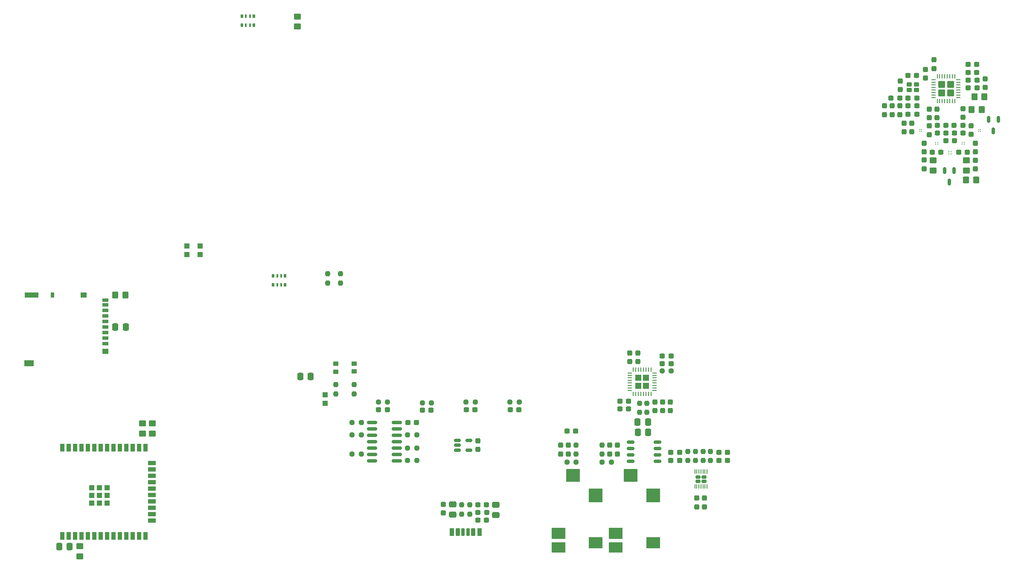
<source format=gtp>
%TF.GenerationSoftware,KiCad,Pcbnew,9.0.1*%
%TF.CreationDate,2025-04-25T11:11:09+02:00*%
%TF.ProjectId,voicemail-box,766f6963-656d-4616-996c-2d626f782e6b,rev?*%
%TF.SameCoordinates,PX5f5e100PY5f5e100*%
%TF.FileFunction,Paste,Top*%
%TF.FilePolarity,Positive*%
%FSLAX45Y45*%
G04 Gerber Fmt 4.5, Leading zero omitted, Abs format (unit mm)*
G04 Created by KiCad (PCBNEW 9.0.1) date 2025-04-25 11:11:09*
%MOMM*%
%LPD*%
G01*
G04 APERTURE LIST*
G04 Aperture macros list*
%AMRoundRect*
0 Rectangle with rounded corners*
0 $1 Rounding radius*
0 $2 $3 $4 $5 $6 $7 $8 $9 X,Y pos of 4 corners*
0 Add a 4 corners polygon primitive as box body*
4,1,4,$2,$3,$4,$5,$6,$7,$8,$9,$2,$3,0*
0 Add four circle primitives for the rounded corners*
1,1,$1+$1,$2,$3*
1,1,$1+$1,$4,$5*
1,1,$1+$1,$6,$7*
1,1,$1+$1,$8,$9*
0 Add four rect primitives between the rounded corners*
20,1,$1+$1,$2,$3,$4,$5,0*
20,1,$1+$1,$4,$5,$6,$7,0*
20,1,$1+$1,$6,$7,$8,$9,0*
20,1,$1+$1,$8,$9,$2,$3,0*%
G04 Aperture macros list end*
%ADD10R,0.228600X0.279400*%
%ADD11RoundRect,0.237500X-0.300000X-0.237500X0.300000X-0.237500X0.300000X0.237500X-0.300000X0.237500X0*%
%ADD12R,1.000000X1.000000*%
%ADD13R,1.000000X0.820000*%
%ADD14RoundRect,0.237500X-0.237500X0.250000X-0.237500X-0.250000X0.237500X-0.250000X0.237500X0.250000X0*%
%ADD15RoundRect,0.237500X-0.237500X0.300000X-0.237500X-0.300000X0.237500X-0.300000X0.237500X0.300000X0*%
%ADD16RoundRect,0.250000X-0.475000X0.337500X-0.475000X-0.337500X0.475000X-0.337500X0.475000X0.337500X0*%
%ADD17RoundRect,0.237500X0.300000X0.237500X-0.300000X0.237500X-0.300000X-0.237500X0.300000X-0.237500X0*%
%ADD18RoundRect,0.237500X0.237500X-0.300000X0.237500X0.300000X-0.237500X0.300000X-0.237500X-0.300000X0*%
%ADD19RoundRect,0.250000X-0.337500X-0.475000X0.337500X-0.475000X0.337500X0.475000X-0.337500X0.475000X0*%
%ADD20RoundRect,0.237500X-0.250000X-0.237500X0.250000X-0.237500X0.250000X0.237500X-0.250000X0.237500X0*%
%ADD21RoundRect,0.237500X0.237500X-0.250000X0.237500X0.250000X-0.237500X0.250000X-0.237500X-0.250000X0*%
%ADD22RoundRect,0.237500X0.250000X0.237500X-0.250000X0.237500X-0.250000X-0.237500X0.250000X-0.237500X0*%
%ADD23RoundRect,0.237500X-0.287500X-0.237500X0.287500X-0.237500X0.287500X0.237500X-0.287500X0.237500X0*%
%ADD24R,2.800000X2.200000*%
%ADD25R,2.800000X2.000000*%
%ADD26R,2.800000X2.800000*%
%ADD27R,2.800000X2.600000*%
%ADD28R,0.500000X0.800000*%
%ADD29R,0.400000X0.800000*%
%ADD30RoundRect,0.250000X-0.450000X0.350000X-0.450000X-0.350000X0.450000X-0.350000X0.450000X0.350000X0*%
%ADD31RoundRect,0.250000X-0.350000X-0.450000X0.350000X-0.450000X0.350000X0.450000X-0.350000X0.450000X0*%
%ADD32RoundRect,0.250000X0.350000X0.450000X-0.350000X0.450000X-0.350000X-0.450000X0.350000X-0.450000X0*%
%ADD33RoundRect,0.150000X-0.150000X0.512500X-0.150000X-0.512500X0.150000X-0.512500X0.150000X0.512500X0*%
%ADD34RoundRect,0.250000X-0.375000X0.375000X-0.375000X-0.375000X0.375000X-0.375000X0.375000X0.375000X0*%
%ADD35RoundRect,0.062500X-0.062500X0.375000X-0.062500X-0.375000X0.062500X-0.375000X0.062500X0.375000X0*%
%ADD36RoundRect,0.062500X-0.375000X0.062500X-0.375000X-0.062500X0.375000X-0.062500X0.375000X0.062500X0*%
%ADD37RoundRect,0.102000X-0.373000X-0.323000X0.373000X-0.323000X0.373000X0.323000X-0.373000X0.323000X0*%
%ADD38RoundRect,0.175000X-0.175000X-0.625000X0.175000X-0.625000X0.175000X0.625000X-0.175000X0.625000X0*%
%ADD39RoundRect,0.200000X-0.200000X-0.600000X0.200000X-0.600000X0.200000X0.600000X-0.200000X0.600000X0*%
%ADD40RoundRect,0.225000X-0.225000X-0.575000X0.225000X-0.575000X0.225000X0.575000X-0.225000X0.575000X0*%
%ADD41RoundRect,0.250000X0.450000X-0.350000X0.450000X0.350000X-0.450000X0.350000X-0.450000X-0.350000X0*%
%ADD42RoundRect,0.150000X-0.825000X-0.150000X0.825000X-0.150000X0.825000X0.150000X-0.825000X0.150000X0*%
%ADD43RoundRect,0.150000X-0.512500X-0.150000X0.512500X-0.150000X0.512500X0.150000X-0.512500X0.150000X0*%
%ADD44R,0.900000X1.500000*%
%ADD45R,1.500000X0.900000*%
%ADD46R,1.050000X1.050000*%
%ADD47R,0.279400X0.228600*%
%ADD48RoundRect,0.237500X0.287500X0.237500X-0.287500X0.237500X-0.287500X-0.237500X0.287500X-0.237500X0*%
%ADD49RoundRect,0.250000X-0.455000X-0.455000X0.455000X-0.455000X0.455000X0.455000X-0.455000X0.455000X0*%
%ADD50RoundRect,0.062500X-0.375000X-0.062500X0.375000X-0.062500X0.375000X0.062500X-0.375000X0.062500X0*%
%ADD51RoundRect,0.062500X-0.062500X-0.375000X0.062500X-0.375000X0.062500X0.375000X-0.062500X0.375000X0*%
%ADD52R,1.200000X0.700000*%
%ADD53R,0.800000X1.000000*%
%ADD54R,1.200000X1.000000*%
%ADD55R,2.800000X1.000000*%
%ADD56R,1.900000X1.300000*%
%ADD57RoundRect,0.250000X0.337500X0.475000X-0.337500X0.475000X-0.337500X-0.475000X0.337500X-0.475000X0*%
%ADD58RoundRect,0.150000X-0.625000X-0.150000X0.625000X-0.150000X0.625000X0.150000X-0.625000X0.150000X0*%
%ADD59RoundRect,0.180000X-0.295000X0.180000X-0.295000X-0.180000X0.295000X-0.180000X0.295000X0.180000X0*%
%ADD60RoundRect,0.050000X-0.050000X0.337500X-0.050000X-0.337500X0.050000X-0.337500X0.050000X0.337500X0*%
G04 APERTURE END LIST*
D10*
%TO.C,U505*%
X11730000Y3974400D03*
X11770000Y3974400D03*
X11770000Y4012500D03*
X11730000Y4012500D03*
%TD*%
D11*
%TO.C,C522*%
X11837250Y4385000D03*
X12009750Y4385000D03*
%TD*%
D10*
%TO.C,U504*%
X11511000Y4200600D03*
X11471000Y4200600D03*
X11471000Y4162500D03*
X11511000Y4162500D03*
%TD*%
D11*
%TO.C,C608*%
X5203750Y-940000D03*
X5376250Y-940000D03*
%TD*%
D12*
%TO.C,R103*%
X-650900Y-978388D03*
X-650900Y-808388D03*
%TD*%
D11*
%TO.C,C510*%
X12112250Y5592500D03*
X12284750Y5592500D03*
%TD*%
D13*
%TO.C,LED804*%
X-440000Y-350625D03*
X-440000Y-190625D03*
%TD*%
D14*
%TO.C,R601*%
X4850000Y-1808750D03*
X4850000Y-1991250D03*
%TD*%
D15*
%TO.C,C602*%
X5556000Y19250D03*
X5556000Y-153250D03*
%TD*%
D12*
%TO.C,R102*%
X-3390000Y1970000D03*
X-3390000Y2140000D03*
%TD*%
D16*
%TO.C,C808*%
X1880000Y-2986250D03*
X1880000Y-3193750D03*
%TD*%
D11*
%TO.C,C814*%
X2153750Y-1110000D03*
X2326250Y-1110000D03*
%TD*%
D17*
%TO.C,C805*%
X2556250Y-3000000D03*
X2383750Y-3000000D03*
%TD*%
D15*
%TO.C,C512*%
X12013500Y4868750D03*
X12013500Y4696250D03*
%TD*%
D18*
%TO.C,C521*%
X11341000Y4353750D03*
X11341000Y4526250D03*
%TD*%
D19*
%TO.C,C401*%
X-4810000Y535000D03*
X-4602500Y535000D03*
%TD*%
D20*
%TO.C,R811*%
X1278750Y-970000D03*
X1461250Y-970000D03*
%TD*%
%TO.C,R608*%
X4848750Y-2148750D03*
X5031250Y-2148750D03*
%TD*%
D11*
%TO.C,C618*%
X7163750Y-1956825D03*
X7336250Y-1956825D03*
%TD*%
D21*
%TO.C,R106*%
X-600000Y1408750D03*
X-600000Y1591250D03*
%TD*%
D22*
%TO.C,R805*%
X71250Y-1990000D03*
X-111250Y-1990000D03*
%TD*%
D23*
%TO.C,L701*%
X2385000Y-3150000D03*
X2560000Y-3150000D03*
%TD*%
D24*
%TO.C,J605*%
X3980000Y-3560000D03*
D25*
X3980000Y-3840000D03*
D24*
X4720000Y-3750000D03*
D26*
X4720000Y-2810000D03*
D27*
X4275000Y-2410000D03*
%TD*%
D23*
%TO.C,L502*%
X11498500Y4537500D03*
X11673500Y4537500D03*
%TD*%
D28*
%TO.C,RN402*%
X-1680000Y1370000D03*
D29*
X-1600000Y1370000D03*
X-1520000Y1370000D03*
D28*
X-1440000Y1370000D03*
X-1440000Y1550000D03*
D29*
X-1520000Y1550000D03*
X-1600000Y1550000D03*
D28*
X-1680000Y1550000D03*
%TD*%
D30*
%TO.C,R503*%
X11416000Y3842500D03*
X11416000Y3642500D03*
%TD*%
D14*
%TO.C,R801*%
X-440000Y-609375D03*
X-440000Y-791875D03*
%TD*%
D11*
%TO.C,C811*%
X993750Y-1360000D03*
X1166250Y-1360000D03*
%TD*%
D31*
%TO.C,R505*%
X12071000Y3455000D03*
X12271000Y3455000D03*
%TD*%
D17*
%TO.C,C506*%
X11092250Y5085000D03*
X10919750Y5085000D03*
%TD*%
%TO.C,C534*%
X12287250Y5437500D03*
X12114750Y5437500D03*
%TD*%
D18*
%TO.C,C621*%
X6730000Y-3036250D03*
X6730000Y-2863750D03*
%TD*%
D11*
%TO.C,C523*%
X11499750Y4385000D03*
X11672250Y4385000D03*
%TD*%
D18*
%TO.C,C528*%
X12258500Y3675000D03*
X12258500Y3847500D03*
%TD*%
D32*
%TO.C,R501*%
X12436000Y5110000D03*
X12236000Y5110000D03*
%TD*%
D14*
%TO.C,R604*%
X7000000Y-1935575D03*
X7000000Y-2118075D03*
%TD*%
D15*
%TO.C,C612*%
X5000000Y-1813750D03*
X5000000Y-1986250D03*
%TD*%
D10*
%TO.C,U506*%
X12036000Y4202500D03*
X11996000Y4202500D03*
X11996000Y4164400D03*
X12036000Y4164400D03*
%TD*%
D33*
%TO.C,D502*%
X11836000Y3642500D03*
X11646000Y3642500D03*
X11741000Y3415000D03*
%TD*%
D14*
%TO.C,R611*%
X5590000Y-978750D03*
X5590000Y-1161250D03*
%TD*%
D34*
%TO.C,U601*%
X5720000Y-475000D03*
X5565000Y-475000D03*
X5720000Y-630000D03*
X5565000Y-630000D03*
D35*
X5817500Y-308750D03*
X5767500Y-308750D03*
X5717500Y-308750D03*
X5667500Y-308750D03*
X5617500Y-308750D03*
X5567500Y-308750D03*
X5517500Y-308750D03*
X5467500Y-308750D03*
D36*
X5398750Y-377500D03*
X5398750Y-427500D03*
X5398750Y-477500D03*
X5398750Y-527500D03*
X5398750Y-577500D03*
X5398750Y-627500D03*
X5398750Y-677500D03*
X5398750Y-727500D03*
D35*
X5467500Y-796250D03*
X5517500Y-796250D03*
X5567500Y-796250D03*
X5617500Y-796250D03*
X5667500Y-796250D03*
X5717500Y-796250D03*
X5767500Y-796250D03*
X5817500Y-796250D03*
D36*
X5886250Y-727500D03*
X5886250Y-677500D03*
X5886250Y-627500D03*
X5886250Y-577500D03*
X5886250Y-527500D03*
X5886250Y-477500D03*
X5886250Y-427500D03*
X5886250Y-377500D03*
%TD*%
D11*
%TO.C,C619*%
X7163750Y-2116825D03*
X7336250Y-2116825D03*
%TD*%
%TO.C,C511*%
X12112250Y5747500D03*
X12284750Y5747500D03*
%TD*%
D18*
%TO.C,C504*%
X11261000Y5476250D03*
X11261000Y5648750D03*
%TD*%
D20*
%TO.C,R813*%
X3018750Y-960000D03*
X3201250Y-960000D03*
%TD*%
D18*
%TO.C,C533*%
X12258500Y4012500D03*
X12258500Y4185000D03*
%TD*%
D37*
%TO.C,Y501*%
X10943500Y5240000D03*
X11088500Y5240000D03*
X11088500Y5355000D03*
X10943500Y5355000D03*
%TD*%
D15*
%TO.C,C807*%
X1700000Y-2983750D03*
X1700000Y-3156250D03*
%TD*%
D38*
%TO.C,J701*%
X2090000Y-3542000D03*
D39*
X2292000Y-3542000D03*
D40*
X2415000Y-3542000D03*
D38*
X2190000Y-3542000D03*
D39*
X1988000Y-3542000D03*
D40*
X1865000Y-3542000D03*
%TD*%
D20*
%TO.C,R808*%
X988750Y-1610000D03*
X1171250Y-1610000D03*
%TD*%
D17*
%TO.C,C617*%
X6386250Y-2116825D03*
X6213750Y-2116825D03*
%TD*%
D41*
%TO.C,R301*%
X-5520000Y-4020000D03*
X-5520000Y-3820000D03*
%TD*%
D14*
%TO.C,R802*%
X-70000Y-608750D03*
X-70000Y-791250D03*
%TD*%
D15*
%TO.C,C615*%
X5152000Y-1814750D03*
X5152000Y-1987250D03*
%TD*%
%TO.C,C520*%
X12168500Y4532500D03*
X12168500Y4360000D03*
%TD*%
D11*
%TO.C,C815*%
X3023750Y-1110000D03*
X3196250Y-1110000D03*
%TD*%
D18*
%TO.C,C502*%
X10763500Y5246250D03*
X10763500Y5418750D03*
%TD*%
D17*
%TO.C,C508*%
X11092250Y4925000D03*
X10919750Y4925000D03*
%TD*%
D11*
%TO.C,C609*%
X5203750Y-1090000D03*
X5376250Y-1090000D03*
%TD*%
D42*
%TO.C,U801*%
X282500Y-1359000D03*
X282500Y-1486000D03*
X282500Y-1613000D03*
X282500Y-1740000D03*
X282500Y-1867000D03*
X282500Y-1994000D03*
X282500Y-2121000D03*
X777500Y-2121000D03*
X777500Y-1994000D03*
X777500Y-1867000D03*
X777500Y-1740000D03*
X777500Y-1613000D03*
X777500Y-1486000D03*
X777500Y-1359000D03*
%TD*%
D14*
%TO.C,R602*%
X4330000Y-1808750D03*
X4330000Y-1991250D03*
%TD*%
D20*
%TO.C,R814*%
X408750Y-960000D03*
X591250Y-960000D03*
%TD*%
D21*
%TO.C,R702*%
X2060000Y-3181250D03*
X2060000Y-2998750D03*
%TD*%
D15*
%TO.C,C809*%
X2380000Y-1723750D03*
X2380000Y-1896250D03*
%TD*%
D14*
%TO.C,R605*%
X6850000Y-1935575D03*
X6850000Y-2118075D03*
%TD*%
D11*
%TO.C,C526*%
X11667250Y4232500D03*
X11839750Y4232500D03*
%TD*%
D17*
%TO.C,C620*%
X4326250Y-1530000D03*
X4153750Y-1530000D03*
%TD*%
D41*
%TO.C,R303*%
X-4074000Y-1580000D03*
X-4074000Y-1380000D03*
%TD*%
D28*
%TO.C,RN401*%
X-2299401Y6530250D03*
D29*
X-2219401Y6530250D03*
X-2139401Y6530250D03*
D28*
X-2059401Y6530250D03*
X-2059401Y6710250D03*
D29*
X-2139401Y6710250D03*
X-2219401Y6710250D03*
D28*
X-2299401Y6710250D03*
%TD*%
D17*
%TO.C,C501*%
X11089750Y5530000D03*
X10917250Y5530000D03*
%TD*%
D15*
%TO.C,C514*%
X11493500Y4863750D03*
X11493500Y4691250D03*
%TD*%
%TO.C,C601*%
X5401000Y19250D03*
X5401000Y-153250D03*
%TD*%
D24*
%TO.C,J602*%
X5120000Y-3560000D03*
D25*
X5120000Y-3840000D03*
D24*
X5860000Y-3750000D03*
D26*
X5860000Y-2810000D03*
D27*
X5415000Y-2410000D03*
%TD*%
D11*
%TO.C,C524*%
X11399750Y4008950D03*
X11572250Y4008950D03*
%TD*%
D41*
%TO.C,R506*%
X-1200000Y6500000D03*
X-1200000Y6700000D03*
%TD*%
D15*
%TO.C,C614*%
X4030000Y-1813750D03*
X4030000Y-1986250D03*
%TD*%
D17*
%TO.C,C516*%
X11092250Y4760000D03*
X10919750Y4760000D03*
%TD*%
D43*
%TO.C,U702*%
X1980000Y-1720000D03*
X1980000Y-1815000D03*
X1980000Y-1910000D03*
X2207500Y-1910000D03*
X2207500Y-1720000D03*
%TD*%
D16*
%TO.C,C806*%
X2740000Y-2996250D03*
X2740000Y-3203750D03*
%TD*%
D17*
%TO.C,C603*%
X6216250Y-40000D03*
X6043750Y-40000D03*
%TD*%
D14*
%TO.C,R610*%
X5740000Y-978750D03*
X5740000Y-1161250D03*
%TD*%
D22*
%TO.C,R609*%
X4331250Y-2150000D03*
X4148750Y-2150000D03*
%TD*%
D18*
%TO.C,C605*%
X5900000Y-1126250D03*
X5900000Y-953750D03*
%TD*%
D12*
%TO.C,R101*%
X-3130000Y1970000D03*
X-3130000Y2140000D03*
%TD*%
D18*
%TO.C,C519*%
X10604000Y4754750D03*
X10604000Y4927250D03*
%TD*%
%TO.C,C606*%
X6050000Y-1126250D03*
X6050000Y-953750D03*
%TD*%
%TO.C,C622*%
X6880000Y-3036250D03*
X6880000Y-2863750D03*
%TD*%
%TO.C,C503*%
X11433500Y5666250D03*
X11433500Y5838750D03*
%TD*%
D33*
%TO.C,Q501*%
X12708500Y4656250D03*
X12518500Y4656250D03*
X12613500Y4428750D03*
%TD*%
D13*
%TO.C,LED801*%
X-70000Y-350000D03*
X-70000Y-190000D03*
%TD*%
D18*
%TO.C,C509*%
X10451000Y4753750D03*
X10451000Y4926250D03*
%TD*%
D44*
%TO.C,U301*%
X-5863500Y-3615000D03*
X-5736500Y-3615000D03*
X-5609500Y-3615000D03*
X-5482500Y-3615000D03*
X-5355500Y-3615000D03*
X-5228500Y-3615000D03*
X-5101500Y-3615000D03*
X-4974500Y-3615000D03*
X-4847500Y-3615000D03*
X-4720500Y-3615000D03*
X-4593500Y-3615000D03*
X-4466500Y-3615000D03*
X-4339500Y-3615000D03*
X-4212500Y-3615000D03*
D45*
X-4087500Y-3311000D03*
X-4087500Y-3184000D03*
X-4087500Y-3057000D03*
X-4087500Y-2930000D03*
X-4087500Y-2803000D03*
X-4087500Y-2676000D03*
X-4087500Y-2549000D03*
X-4087500Y-2422000D03*
X-4087500Y-2295000D03*
X-4087500Y-2168000D03*
D44*
X-4212500Y-1865000D03*
X-4339500Y-1865000D03*
X-4466500Y-1865000D03*
X-4593500Y-1865000D03*
X-4720500Y-1865000D03*
X-4847500Y-1865000D03*
X-4974500Y-1865000D03*
X-5101500Y-1865000D03*
X-5228500Y-1865000D03*
X-5355500Y-1865000D03*
X-5482500Y-1865000D03*
X-5609500Y-1865000D03*
X-5736500Y-1865000D03*
X-5863500Y-1865000D03*
D46*
X-5282000Y-2960500D03*
X-5129500Y-2960500D03*
X-4977000Y-2960500D03*
X-5282000Y-2808000D03*
X-5129500Y-2808000D03*
X-4977000Y-2808000D03*
X-5282000Y-2655500D03*
X-5129500Y-2655500D03*
X-4977000Y-2655500D03*
%TD*%
D47*
%TO.C,U503*%
X12358500Y4417500D03*
X12358500Y4457500D03*
X12320400Y4457500D03*
X12320400Y4417500D03*
%TD*%
D19*
%TO.C,C302*%
X-1142650Y-450388D03*
X-935150Y-450388D03*
%TD*%
D11*
%TO.C,C813*%
X1283750Y-1120000D03*
X1456250Y-1120000D03*
%TD*%
D19*
%TO.C,C610*%
X5556250Y-1560000D03*
X5763750Y-1560000D03*
%TD*%
D17*
%TO.C,C616*%
X6386250Y-1956825D03*
X6213750Y-1956825D03*
%TD*%
D47*
%TO.C,U502*%
X11190050Y4417500D03*
X11190050Y4457500D03*
X11151950Y4457500D03*
X11151950Y4417500D03*
%TD*%
D19*
%TO.C,C611*%
X5552500Y-1350000D03*
X5760000Y-1350000D03*
%TD*%
D18*
%TO.C,C505*%
X12446000Y5291250D03*
X12446000Y5463750D03*
%TD*%
%TO.C,C518*%
X10757000Y4753250D03*
X10757000Y4925750D03*
%TD*%
D20*
%TO.C,R809*%
X-111250Y-1610000D03*
X71250Y-1610000D03*
%TD*%
D48*
%TO.C,L501*%
X12011000Y4537500D03*
X11836000Y4537500D03*
%TD*%
D49*
%TO.C,U501*%
X11585500Y5354000D03*
X11585500Y5179000D03*
X11760500Y5354000D03*
X11760500Y5179000D03*
D50*
X11429250Y5441500D03*
X11429250Y5391500D03*
X11429250Y5341500D03*
X11429250Y5291500D03*
X11429250Y5241500D03*
X11429250Y5191500D03*
X11429250Y5141500D03*
X11429250Y5091500D03*
D51*
X11498000Y5022750D03*
X11548000Y5022750D03*
X11598000Y5022750D03*
X11648000Y5022750D03*
X11698000Y5022750D03*
X11748000Y5022750D03*
X11798000Y5022750D03*
X11848000Y5022750D03*
D50*
X11916750Y5091500D03*
X11916750Y5141500D03*
X11916750Y5191500D03*
X11916750Y5241500D03*
X11916750Y5291500D03*
X11916750Y5341500D03*
X11916750Y5391500D03*
X11916750Y5441500D03*
D51*
X11848000Y5510250D03*
X11798000Y5510250D03*
X11748000Y5510250D03*
X11698000Y5510250D03*
X11648000Y5510250D03*
X11598000Y5510250D03*
X11548000Y5510250D03*
X11498000Y5510250D03*
%TD*%
D52*
%TO.C,J401*%
X-5010401Y205750D03*
X-5010401Y315750D03*
X-5010401Y425750D03*
X-5010401Y535750D03*
X-5010401Y645750D03*
X-5010401Y755750D03*
X-5010401Y865750D03*
X-5010401Y975750D03*
X-5010401Y1070750D03*
D53*
X-6060401Y1165750D03*
D54*
X-5440401Y1165750D03*
D55*
X-6475401Y1165750D03*
D54*
X-5010401Y50750D03*
D56*
X-6520401Y-184250D03*
%TD*%
D22*
%TO.C,R603*%
X6221250Y-340000D03*
X6038750Y-340000D03*
%TD*%
D57*
%TO.C,C301*%
X-5716250Y-3830000D03*
X-5923750Y-3830000D03*
%TD*%
D17*
%TO.C,C507*%
X10754750Y5085000D03*
X10582250Y5085000D03*
%TD*%
%TO.C,C532*%
X12287250Y5285000D03*
X12114750Y5285000D03*
%TD*%
D20*
%TO.C,R806*%
X988750Y-2120000D03*
X1171250Y-2120000D03*
%TD*%
D18*
%TO.C,C607*%
X6200000Y-1126250D03*
X6200000Y-953750D03*
%TD*%
D30*
%TO.C,R302*%
X-4274000Y-1380000D03*
X-4274000Y-1580000D03*
%TD*%
D15*
%TO.C,C517*%
X10996000Y4583750D03*
X10996000Y4411250D03*
%TD*%
D21*
%TO.C,R107*%
X-340000Y1408750D03*
X-340000Y1591250D03*
%TD*%
D11*
%TO.C,C810*%
X2383750Y-3300000D03*
X2556250Y-3300000D03*
%TD*%
D17*
%TO.C,C525*%
X12098750Y4008450D03*
X11926250Y4008450D03*
%TD*%
D30*
%TO.C,R504*%
X12081000Y3842500D03*
X12081000Y3642500D03*
%TD*%
D15*
%TO.C,C515*%
X11341000Y4863750D03*
X11341000Y4691250D03*
%TD*%
%TO.C,C613*%
X4180000Y-1813750D03*
X4180000Y-1986250D03*
%TD*%
D31*
%TO.C,R507*%
X-4810000Y1170000D03*
X-4610000Y1170000D03*
%TD*%
D58*
%TO.C,SW601*%
X5412500Y-1749500D03*
X5412500Y-1876500D03*
X5412500Y-2003500D03*
X5412500Y-2130500D03*
X5947500Y-2130500D03*
X5947500Y-2003500D03*
X5947500Y-1876500D03*
X5947500Y-1749500D03*
%TD*%
D21*
%TO.C,R701*%
X2220000Y-3181250D03*
X2220000Y-2998750D03*
%TD*%
D20*
%TO.C,R810*%
X-111250Y-1360000D03*
X71250Y-1360000D03*
%TD*%
%TO.C,R812*%
X2148750Y-960000D03*
X2331250Y-960000D03*
%TD*%
D18*
%TO.C,C531*%
X11241000Y4015000D03*
X11241000Y4187500D03*
%TD*%
D14*
%TO.C,R607*%
X6700000Y-1935575D03*
X6700000Y-2118075D03*
%TD*%
D17*
%TO.C,C604*%
X6216250Y-190000D03*
X6043750Y-190000D03*
%TD*%
D14*
%TO.C,R606*%
X6550000Y-1935575D03*
X6550000Y-2118075D03*
%TD*%
D31*
%TO.C,R502*%
X12178500Y4852500D03*
X12378500Y4852500D03*
%TD*%
D15*
%TO.C,C527*%
X11241000Y3850000D03*
X11241000Y3677500D03*
%TD*%
D59*
%TO.C,U602*%
X6869000Y-2443000D03*
X6751000Y-2443000D03*
X6869000Y-2532000D03*
X6751000Y-2532000D03*
D60*
X6930000Y-2338750D03*
X6890000Y-2338750D03*
X6850000Y-2338750D03*
X6810000Y-2338750D03*
X6770000Y-2338750D03*
X6730000Y-2338750D03*
X6690000Y-2338750D03*
X6690000Y-2636250D03*
X6730000Y-2636250D03*
X6770000Y-2636250D03*
X6810000Y-2636250D03*
X6850000Y-2636250D03*
X6890000Y-2636250D03*
X6930000Y-2636250D03*
%TD*%
D11*
%TO.C,C812*%
X413750Y-1110000D03*
X586250Y-1110000D03*
%TD*%
D15*
%TO.C,C513*%
X10840000Y4582750D03*
X10840000Y4410250D03*
%TD*%
D20*
%TO.C,R807*%
X987500Y-1870000D03*
X1170000Y-1870000D03*
%TD*%
M02*

</source>
